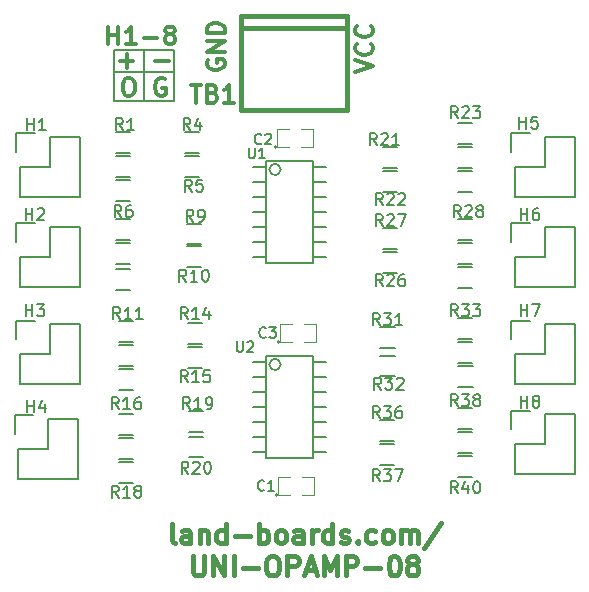
<source format=gto>
G04 #@! TF.FileFunction,Legend,Top*
%FSLAX46Y46*%
G04 Gerber Fmt 4.6, Leading zero omitted, Abs format (unit mm)*
G04 Created by KiCad (PCBNEW (after 2015-mar-04 BZR unknown)-product) date 6/7/2015 11:20:30 AM*
%MOMM*%
G01*
G04 APERTURE LIST*
%ADD10C,0.150000*%
%ADD11C,0.300000*%
%ADD12C,0.200000*%
%ADD13C,0.412750*%
%ADD14C,0.099060*%
%ADD15C,0.127000*%
%ADD16C,0.381000*%
%ADD17C,0.139700*%
%ADD18C,0.304800*%
G04 APERTURE END LIST*
D10*
D11*
X38616286Y-27729571D02*
X38616286Y-26229571D01*
X38616286Y-26943857D02*
X39473429Y-26943857D01*
X39473429Y-27729571D02*
X39473429Y-26229571D01*
X40973429Y-27729571D02*
X40116286Y-27729571D01*
X40544858Y-27729571D02*
X40544858Y-26229571D01*
X40402001Y-26443857D01*
X40259143Y-26586714D01*
X40116286Y-26658143D01*
X41616286Y-27158143D02*
X42759143Y-27158143D01*
X43687715Y-26872429D02*
X43544857Y-26801000D01*
X43473429Y-26729571D01*
X43402000Y-26586714D01*
X43402000Y-26515286D01*
X43473429Y-26372429D01*
X43544857Y-26301000D01*
X43687715Y-26229571D01*
X43973429Y-26229571D01*
X44116286Y-26301000D01*
X44187715Y-26372429D01*
X44259143Y-26515286D01*
X44259143Y-26586714D01*
X44187715Y-26729571D01*
X44116286Y-26801000D01*
X43973429Y-26872429D01*
X43687715Y-26872429D01*
X43544857Y-26943857D01*
X43473429Y-27015286D01*
X43402000Y-27158143D01*
X43402000Y-27443857D01*
X43473429Y-27586714D01*
X43544857Y-27658143D01*
X43687715Y-27729571D01*
X43973429Y-27729571D01*
X44116286Y-27658143D01*
X44187715Y-27586714D01*
X44259143Y-27443857D01*
X44259143Y-27158143D01*
X44187715Y-27015286D01*
X44116286Y-26943857D01*
X43973429Y-26872429D01*
D12*
X44196000Y-30099000D02*
X39116000Y-30099000D01*
X41656000Y-32512000D02*
X41656000Y-28194000D01*
X39116000Y-28194000D02*
X39116000Y-32512000D01*
X44196000Y-32512000D02*
X44196000Y-28194000D01*
X44196000Y-28194000D02*
X39116000Y-28194000D01*
X39116000Y-32512000D02*
X44196000Y-32512000D01*
D11*
X39584572Y-29133143D02*
X40727429Y-29133143D01*
X40156000Y-29704571D02*
X40156000Y-28561714D01*
X42584572Y-29133143D02*
X43727429Y-29133143D01*
X40191714Y-30604571D02*
X40477428Y-30604571D01*
X40620286Y-30676000D01*
X40763143Y-30818857D01*
X40834571Y-31104571D01*
X40834571Y-31604571D01*
X40763143Y-31890286D01*
X40620286Y-32033143D01*
X40477428Y-32104571D01*
X40191714Y-32104571D01*
X40048857Y-32033143D01*
X39906000Y-31890286D01*
X39834571Y-31604571D01*
X39834571Y-31104571D01*
X39906000Y-30818857D01*
X40048857Y-30676000D01*
X40191714Y-30604571D01*
X43406000Y-30676000D02*
X43263143Y-30604571D01*
X43048857Y-30604571D01*
X42834572Y-30676000D01*
X42691714Y-30818857D01*
X42620286Y-30961714D01*
X42548857Y-31247429D01*
X42548857Y-31461714D01*
X42620286Y-31747429D01*
X42691714Y-31890286D01*
X42834572Y-32033143D01*
X43048857Y-32104571D01*
X43191714Y-32104571D01*
X43406000Y-32033143D01*
X43477429Y-31961714D01*
X43477429Y-31461714D01*
X43191714Y-31461714D01*
X59531571Y-30048000D02*
X61031571Y-29548000D01*
X59531571Y-29048000D01*
X60888714Y-27690857D02*
X60960143Y-27762286D01*
X61031571Y-27976572D01*
X61031571Y-28119429D01*
X60960143Y-28333714D01*
X60817286Y-28476572D01*
X60674429Y-28548000D01*
X60388714Y-28619429D01*
X60174429Y-28619429D01*
X59888714Y-28548000D01*
X59745857Y-28476572D01*
X59603000Y-28333714D01*
X59531571Y-28119429D01*
X59531571Y-27976572D01*
X59603000Y-27762286D01*
X59674429Y-27690857D01*
X60888714Y-26190857D02*
X60960143Y-26262286D01*
X61031571Y-26476572D01*
X61031571Y-26619429D01*
X60960143Y-26833714D01*
X60817286Y-26976572D01*
X60674429Y-27048000D01*
X60388714Y-27119429D01*
X60174429Y-27119429D01*
X59888714Y-27048000D01*
X59745857Y-26976572D01*
X59603000Y-26833714D01*
X59531571Y-26619429D01*
X59531571Y-26476572D01*
X59603000Y-26262286D01*
X59674429Y-26190857D01*
X47030000Y-29063857D02*
X46958571Y-29206714D01*
X46958571Y-29421000D01*
X47030000Y-29635285D01*
X47172857Y-29778143D01*
X47315714Y-29849571D01*
X47601429Y-29921000D01*
X47815714Y-29921000D01*
X48101429Y-29849571D01*
X48244286Y-29778143D01*
X48387143Y-29635285D01*
X48458571Y-29421000D01*
X48458571Y-29278143D01*
X48387143Y-29063857D01*
X48315714Y-28992428D01*
X47815714Y-28992428D01*
X47815714Y-29278143D01*
X48458571Y-28349571D02*
X46958571Y-28349571D01*
X48458571Y-27492428D01*
X46958571Y-27492428D01*
X48458571Y-26778142D02*
X46958571Y-26778142D01*
X46958571Y-26420999D01*
X47030000Y-26206714D01*
X47172857Y-26063856D01*
X47315714Y-25992428D01*
X47601429Y-25920999D01*
X47815714Y-25920999D01*
X48101429Y-25992428D01*
X48244286Y-26063856D01*
X48387143Y-26206714D01*
X48458571Y-26420999D01*
X48458571Y-26778142D01*
D13*
X44227023Y-69977806D02*
X44069785Y-69899187D01*
X43991166Y-69741949D01*
X43991166Y-68326806D01*
X45563548Y-69977806D02*
X45563548Y-69112996D01*
X45484929Y-68955758D01*
X45327691Y-68877139D01*
X45013214Y-68877139D01*
X44855976Y-68955758D01*
X45563548Y-69899187D02*
X45406310Y-69977806D01*
X45013214Y-69977806D01*
X44855976Y-69899187D01*
X44777357Y-69741949D01*
X44777357Y-69584711D01*
X44855976Y-69427473D01*
X45013214Y-69348854D01*
X45406310Y-69348854D01*
X45563548Y-69270235D01*
X46349738Y-68877139D02*
X46349738Y-69977806D01*
X46349738Y-69034377D02*
X46428357Y-68955758D01*
X46585595Y-68877139D01*
X46821453Y-68877139D01*
X46978691Y-68955758D01*
X47057310Y-69112996D01*
X47057310Y-69977806D01*
X48551072Y-69977806D02*
X48551072Y-68326806D01*
X48551072Y-69899187D02*
X48393834Y-69977806D01*
X48079357Y-69977806D01*
X47922119Y-69899187D01*
X47843500Y-69820568D01*
X47764881Y-69663330D01*
X47764881Y-69191615D01*
X47843500Y-69034377D01*
X47922119Y-68955758D01*
X48079357Y-68877139D01*
X48393834Y-68877139D01*
X48551072Y-68955758D01*
X49337262Y-69348854D02*
X50595167Y-69348854D01*
X51381357Y-69977806D02*
X51381357Y-68326806D01*
X51381357Y-68955758D02*
X51538595Y-68877139D01*
X51853072Y-68877139D01*
X52010310Y-68955758D01*
X52088929Y-69034377D01*
X52167548Y-69191615D01*
X52167548Y-69663330D01*
X52088929Y-69820568D01*
X52010310Y-69899187D01*
X51853072Y-69977806D01*
X51538595Y-69977806D01*
X51381357Y-69899187D01*
X53110976Y-69977806D02*
X52953738Y-69899187D01*
X52875119Y-69820568D01*
X52796500Y-69663330D01*
X52796500Y-69191615D01*
X52875119Y-69034377D01*
X52953738Y-68955758D01*
X53110976Y-68877139D01*
X53346834Y-68877139D01*
X53504072Y-68955758D01*
X53582691Y-69034377D01*
X53661310Y-69191615D01*
X53661310Y-69663330D01*
X53582691Y-69820568D01*
X53504072Y-69899187D01*
X53346834Y-69977806D01*
X53110976Y-69977806D01*
X55076453Y-69977806D02*
X55076453Y-69112996D01*
X54997834Y-68955758D01*
X54840596Y-68877139D01*
X54526119Y-68877139D01*
X54368881Y-68955758D01*
X55076453Y-69899187D02*
X54919215Y-69977806D01*
X54526119Y-69977806D01*
X54368881Y-69899187D01*
X54290262Y-69741949D01*
X54290262Y-69584711D01*
X54368881Y-69427473D01*
X54526119Y-69348854D01*
X54919215Y-69348854D01*
X55076453Y-69270235D01*
X55862643Y-69977806D02*
X55862643Y-68877139D01*
X55862643Y-69191615D02*
X55941262Y-69034377D01*
X56019881Y-68955758D01*
X56177119Y-68877139D01*
X56334358Y-68877139D01*
X57592263Y-69977806D02*
X57592263Y-68326806D01*
X57592263Y-69899187D02*
X57435025Y-69977806D01*
X57120548Y-69977806D01*
X56963310Y-69899187D01*
X56884691Y-69820568D01*
X56806072Y-69663330D01*
X56806072Y-69191615D01*
X56884691Y-69034377D01*
X56963310Y-68955758D01*
X57120548Y-68877139D01*
X57435025Y-68877139D01*
X57592263Y-68955758D01*
X58299834Y-69899187D02*
X58457072Y-69977806D01*
X58771548Y-69977806D01*
X58928787Y-69899187D01*
X59007406Y-69741949D01*
X59007406Y-69663330D01*
X58928787Y-69506092D01*
X58771548Y-69427473D01*
X58535691Y-69427473D01*
X58378453Y-69348854D01*
X58299834Y-69191615D01*
X58299834Y-69112996D01*
X58378453Y-68955758D01*
X58535691Y-68877139D01*
X58771548Y-68877139D01*
X58928787Y-68955758D01*
X59714977Y-69820568D02*
X59793596Y-69899187D01*
X59714977Y-69977806D01*
X59636358Y-69899187D01*
X59714977Y-69820568D01*
X59714977Y-69977806D01*
X61208739Y-69899187D02*
X61051501Y-69977806D01*
X60737024Y-69977806D01*
X60579786Y-69899187D01*
X60501167Y-69820568D01*
X60422548Y-69663330D01*
X60422548Y-69191615D01*
X60501167Y-69034377D01*
X60579786Y-68955758D01*
X60737024Y-68877139D01*
X61051501Y-68877139D01*
X61208739Y-68955758D01*
X62152167Y-69977806D02*
X61994929Y-69899187D01*
X61916310Y-69820568D01*
X61837691Y-69663330D01*
X61837691Y-69191615D01*
X61916310Y-69034377D01*
X61994929Y-68955758D01*
X62152167Y-68877139D01*
X62388025Y-68877139D01*
X62545263Y-68955758D01*
X62623882Y-69034377D01*
X62702501Y-69191615D01*
X62702501Y-69663330D01*
X62623882Y-69820568D01*
X62545263Y-69899187D01*
X62388025Y-69977806D01*
X62152167Y-69977806D01*
X63410072Y-69977806D02*
X63410072Y-68877139D01*
X63410072Y-69034377D02*
X63488691Y-68955758D01*
X63645929Y-68877139D01*
X63881787Y-68877139D01*
X64039025Y-68955758D01*
X64117644Y-69112996D01*
X64117644Y-69977806D01*
X64117644Y-69112996D02*
X64196263Y-68955758D01*
X64353501Y-68877139D01*
X64589358Y-68877139D01*
X64746596Y-68955758D01*
X64825215Y-69112996D01*
X64825215Y-69977806D01*
X66790691Y-68248187D02*
X65375548Y-70370901D01*
X45760096Y-71050956D02*
X45760096Y-72387480D01*
X45838715Y-72544718D01*
X45917334Y-72623337D01*
X46074572Y-72701956D01*
X46389049Y-72701956D01*
X46546287Y-72623337D01*
X46624906Y-72544718D01*
X46703525Y-72387480D01*
X46703525Y-71050956D01*
X47489715Y-72701956D02*
X47489715Y-71050956D01*
X48433144Y-72701956D01*
X48433144Y-71050956D01*
X49219334Y-72701956D02*
X49219334Y-71050956D01*
X50005524Y-72073004D02*
X51263429Y-72073004D01*
X52364095Y-71050956D02*
X52678572Y-71050956D01*
X52835810Y-71129575D01*
X52993048Y-71286813D01*
X53071667Y-71601289D01*
X53071667Y-72151623D01*
X52993048Y-72466099D01*
X52835810Y-72623337D01*
X52678572Y-72701956D01*
X52364095Y-72701956D01*
X52206857Y-72623337D01*
X52049619Y-72466099D01*
X51971000Y-72151623D01*
X51971000Y-71601289D01*
X52049619Y-71286813D01*
X52206857Y-71129575D01*
X52364095Y-71050956D01*
X53779238Y-72701956D02*
X53779238Y-71050956D01*
X54408191Y-71050956D01*
X54565429Y-71129575D01*
X54644048Y-71208194D01*
X54722667Y-71365432D01*
X54722667Y-71601289D01*
X54644048Y-71758527D01*
X54565429Y-71837146D01*
X54408191Y-71915765D01*
X53779238Y-71915765D01*
X55351619Y-72230242D02*
X56137810Y-72230242D01*
X55194381Y-72701956D02*
X55744714Y-71050956D01*
X56295048Y-72701956D01*
X56845381Y-72701956D02*
X56845381Y-71050956D01*
X57395715Y-72230242D01*
X57946048Y-71050956D01*
X57946048Y-72701956D01*
X58732238Y-72701956D02*
X58732238Y-71050956D01*
X59361191Y-71050956D01*
X59518429Y-71129575D01*
X59597048Y-71208194D01*
X59675667Y-71365432D01*
X59675667Y-71601289D01*
X59597048Y-71758527D01*
X59518429Y-71837146D01*
X59361191Y-71915765D01*
X58732238Y-71915765D01*
X60383238Y-72073004D02*
X61641143Y-72073004D01*
X62741809Y-71050956D02*
X62899048Y-71050956D01*
X63056286Y-71129575D01*
X63134905Y-71208194D01*
X63213524Y-71365432D01*
X63292143Y-71679908D01*
X63292143Y-72073004D01*
X63213524Y-72387480D01*
X63134905Y-72544718D01*
X63056286Y-72623337D01*
X62899048Y-72701956D01*
X62741809Y-72701956D01*
X62584571Y-72623337D01*
X62505952Y-72544718D01*
X62427333Y-72387480D01*
X62348714Y-72073004D01*
X62348714Y-71679908D01*
X62427333Y-71365432D01*
X62505952Y-71208194D01*
X62584571Y-71129575D01*
X62741809Y-71050956D01*
X64235571Y-71758527D02*
X64078333Y-71679908D01*
X63999714Y-71601289D01*
X63921095Y-71444051D01*
X63921095Y-71365432D01*
X63999714Y-71208194D01*
X64078333Y-71129575D01*
X64235571Y-71050956D01*
X64550048Y-71050956D01*
X64707286Y-71129575D01*
X64785905Y-71208194D01*
X64864524Y-71365432D01*
X64864524Y-71444051D01*
X64785905Y-71601289D01*
X64707286Y-71679908D01*
X64550048Y-71758527D01*
X64235571Y-71758527D01*
X64078333Y-71837146D01*
X63999714Y-71915765D01*
X63921095Y-72073004D01*
X63921095Y-72387480D01*
X63999714Y-72544718D01*
X64078333Y-72623337D01*
X64235571Y-72701956D01*
X64550048Y-72701956D01*
X64707286Y-72623337D01*
X64785905Y-72544718D01*
X64864524Y-72387480D01*
X64864524Y-72073004D01*
X64785905Y-71915765D01*
X64707286Y-71837146D01*
X64550048Y-71758527D01*
D14*
X53114000Y-52940000D02*
G75*
G03X53114000Y-52940000I-127000J0D01*
G01*
X54130000Y-52940000D02*
X53114000Y-52940000D01*
X53114000Y-52940000D02*
X53114000Y-51416000D01*
X53114000Y-51416000D02*
X54130000Y-51416000D01*
X55146000Y-51416000D02*
X56162000Y-51416000D01*
X56162000Y-51416000D02*
X56162000Y-52940000D01*
X56162000Y-52940000D02*
X55146000Y-52940000D01*
X52860000Y-36430000D02*
G75*
G03X52860000Y-36430000I-127000J0D01*
G01*
X53876000Y-36430000D02*
X52860000Y-36430000D01*
X52860000Y-36430000D02*
X52860000Y-34906000D01*
X52860000Y-34906000D02*
X53876000Y-34906000D01*
X54892000Y-34906000D02*
X55908000Y-34906000D01*
X55908000Y-34906000D02*
X55908000Y-36430000D01*
X55908000Y-36430000D02*
X54892000Y-36430000D01*
D15*
X55956200Y-37592000D02*
X51993800Y-37592000D01*
X51993800Y-37592000D02*
X51993800Y-46228000D01*
X51993800Y-46228000D02*
X55956200Y-46228000D01*
X55956200Y-46228000D02*
X55956200Y-37592000D01*
X55956200Y-39370000D02*
X57048400Y-39370000D01*
X55956200Y-40640000D02*
X57048400Y-40640000D01*
X55956200Y-41910000D02*
X57048400Y-41910000D01*
X55956200Y-38100000D02*
X57048400Y-38100000D01*
X57048400Y-43180000D02*
X55956200Y-43180000D01*
X57048400Y-44450000D02*
X55956200Y-44450000D01*
X57048400Y-45720000D02*
X55956200Y-45720000D01*
X51993800Y-45720000D02*
X50901600Y-45720000D01*
X51993800Y-44450000D02*
X50901600Y-44450000D01*
X51993800Y-38100000D02*
X50901600Y-38100000D01*
X50901600Y-39370000D02*
X51993800Y-39370000D01*
X50901600Y-43180000D02*
X51993800Y-43180000D01*
X50901600Y-41910000D02*
X51993800Y-41910000D01*
X50901600Y-40640000D02*
X51993800Y-40640000D01*
X53202867Y-38328600D02*
G75*
G03X53202867Y-38328600I-472467J0D01*
G01*
D14*
X52987000Y-65894000D02*
G75*
G03X52987000Y-65894000I-127000J0D01*
G01*
X54003000Y-65894000D02*
X52987000Y-65894000D01*
X52987000Y-65894000D02*
X52987000Y-64370000D01*
X52987000Y-64370000D02*
X54003000Y-64370000D01*
X55019000Y-64370000D02*
X56035000Y-64370000D01*
X56035000Y-64370000D02*
X56035000Y-65894000D01*
X56035000Y-65894000D02*
X55019000Y-65894000D01*
D15*
X55956200Y-54102000D02*
X51993800Y-54102000D01*
X51993800Y-54102000D02*
X51993800Y-62738000D01*
X51993800Y-62738000D02*
X55956200Y-62738000D01*
X55956200Y-62738000D02*
X55956200Y-54102000D01*
X55956200Y-55880000D02*
X57048400Y-55880000D01*
X55956200Y-57150000D02*
X57048400Y-57150000D01*
X55956200Y-58420000D02*
X57048400Y-58420000D01*
X55956200Y-54610000D02*
X57048400Y-54610000D01*
X57048400Y-59690000D02*
X55956200Y-59690000D01*
X57048400Y-60960000D02*
X55956200Y-60960000D01*
X57048400Y-62230000D02*
X55956200Y-62230000D01*
X51993800Y-62230000D02*
X50901600Y-62230000D01*
X51993800Y-60960000D02*
X50901600Y-60960000D01*
X51993800Y-54610000D02*
X50901600Y-54610000D01*
X50901600Y-55880000D02*
X51993800Y-55880000D01*
X50901600Y-59690000D02*
X51993800Y-59690000D01*
X50901600Y-58420000D02*
X51993800Y-58420000D01*
X50901600Y-57150000D02*
X51993800Y-57150000D01*
X53202867Y-54838600D02*
G75*
G03X53202867Y-54838600I-472467J0D01*
G01*
D16*
X49844000Y-25326000D02*
X49844000Y-33326000D01*
X58844000Y-25326000D02*
X58844000Y-33326000D01*
X49844000Y-33326000D02*
X58844000Y-33326000D01*
X49844000Y-26326000D02*
X58844000Y-26326000D01*
X49844000Y-25326000D02*
X58844000Y-25326000D01*
D10*
X40478000Y-38975000D02*
X39278000Y-38975000D01*
X39278000Y-37225000D02*
X40478000Y-37225000D01*
X46320000Y-38975000D02*
X45120000Y-38975000D01*
X45120000Y-37225000D02*
X46320000Y-37225000D01*
X46320000Y-36943000D02*
X45120000Y-36943000D01*
X45120000Y-35193000D02*
X46320000Y-35193000D01*
X40478000Y-36943000D02*
X39278000Y-36943000D01*
X39278000Y-35193000D02*
X40478000Y-35193000D01*
X40478000Y-46341000D02*
X39278000Y-46341000D01*
X39278000Y-44591000D02*
X40478000Y-44591000D01*
X46475000Y-44671000D02*
X45275000Y-44671000D01*
X45275000Y-42921000D02*
X46475000Y-42921000D01*
X46475000Y-46576000D02*
X45275000Y-46576000D01*
X45275000Y-44826000D02*
X46475000Y-44826000D01*
X40478000Y-44309000D02*
X39278000Y-44309000D01*
X39278000Y-42559000D02*
X40478000Y-42559000D01*
X68234000Y-44591000D02*
X69434000Y-44591000D01*
X69434000Y-46341000D02*
X68234000Y-46341000D01*
X61884000Y-43321000D02*
X63084000Y-43321000D01*
X63084000Y-45071000D02*
X61884000Y-45071000D01*
X61884000Y-45353000D02*
X63084000Y-45353000D01*
X63084000Y-47103000D02*
X61884000Y-47103000D01*
X68234000Y-42559000D02*
X69434000Y-42559000D01*
X69434000Y-44309000D02*
X68234000Y-44309000D01*
X68234000Y-36463000D02*
X69434000Y-36463000D01*
X69434000Y-38213000D02*
X68234000Y-38213000D01*
X61884000Y-38495000D02*
X63084000Y-38495000D01*
X63084000Y-40245000D02*
X61884000Y-40245000D01*
X61884000Y-36463000D02*
X63084000Y-36463000D01*
X63084000Y-38213000D02*
X61884000Y-38213000D01*
X68234000Y-34431000D02*
X69434000Y-34431000D01*
X69434000Y-36181000D02*
X68234000Y-36181000D01*
X39278000Y-46750000D02*
X40478000Y-46750000D01*
X40478000Y-48500000D02*
X39278000Y-48500000D01*
X39278000Y-39257000D02*
X40478000Y-39257000D01*
X40478000Y-41007000D02*
X39278000Y-41007000D01*
X69434000Y-40245000D02*
X68234000Y-40245000D01*
X68234000Y-38495000D02*
X69434000Y-38495000D01*
X69434000Y-48373000D02*
X68234000Y-48373000D01*
X68234000Y-46623000D02*
X69434000Y-46623000D01*
X40732000Y-54977000D02*
X39532000Y-54977000D01*
X39532000Y-53227000D02*
X40732000Y-53227000D01*
X46574000Y-55104000D02*
X45374000Y-55104000D01*
X45374000Y-53354000D02*
X46574000Y-53354000D01*
X46574000Y-53072000D02*
X45374000Y-53072000D01*
X45374000Y-51322000D02*
X46574000Y-51322000D01*
X40732000Y-52945000D02*
X39532000Y-52945000D01*
X39532000Y-51195000D02*
X40732000Y-51195000D01*
X40732000Y-62851000D02*
X39532000Y-62851000D01*
X39532000Y-61101000D02*
X40732000Y-61101000D01*
X46637500Y-60565000D02*
X45437500Y-60565000D01*
X45437500Y-58815000D02*
X46637500Y-58815000D01*
X46665500Y-62705000D02*
X45465500Y-62705000D01*
X45465500Y-60955000D02*
X46665500Y-60955000D01*
X40732000Y-60819000D02*
X39532000Y-60819000D01*
X39532000Y-59069000D02*
X40732000Y-59069000D01*
X68234000Y-60593000D02*
X69434000Y-60593000D01*
X69434000Y-62343000D02*
X68234000Y-62343000D01*
X61630000Y-59577000D02*
X62830000Y-59577000D01*
X62830000Y-61327000D02*
X61630000Y-61327000D01*
X61630000Y-61609000D02*
X62830000Y-61609000D01*
X62830000Y-63359000D02*
X61630000Y-63359000D01*
X68234000Y-58561000D02*
X69434000Y-58561000D01*
X69434000Y-60311000D02*
X68234000Y-60311000D01*
X68234000Y-52973000D02*
X69434000Y-52973000D01*
X69434000Y-54723000D02*
X68234000Y-54723000D01*
X61658000Y-54097000D02*
X62858000Y-54097000D01*
X62858000Y-55847000D02*
X61658000Y-55847000D01*
X61658000Y-51684000D02*
X62858000Y-51684000D01*
X62858000Y-53434000D02*
X61658000Y-53434000D01*
X68234000Y-50941000D02*
X69434000Y-50941000D01*
X69434000Y-52691000D02*
X68234000Y-52691000D01*
X39532000Y-63133000D02*
X40732000Y-63133000D01*
X40732000Y-64883000D02*
X39532000Y-64883000D01*
X69434000Y-64375000D02*
X68234000Y-64375000D01*
X68234000Y-62625000D02*
X69434000Y-62625000D01*
X39532000Y-55259000D02*
X40732000Y-55259000D01*
X40732000Y-57009000D02*
X39532000Y-57009000D01*
X69462000Y-56736000D02*
X68262000Y-56736000D01*
X68262000Y-54986000D02*
X69462000Y-54986000D01*
X30835000Y-36830000D02*
X30835000Y-35280000D01*
X32385000Y-35280000D02*
X30835000Y-35280000D01*
X31115000Y-38100000D02*
X33655000Y-38100000D01*
X33655000Y-38100000D02*
X33655000Y-35560000D01*
X33655000Y-35560000D02*
X36195000Y-35560000D01*
X36195000Y-35560000D02*
X36195000Y-40640000D01*
X36195000Y-40640000D02*
X31115000Y-40640000D01*
X31115000Y-40640000D02*
X31115000Y-38100000D01*
X30835000Y-44450000D02*
X30835000Y-42900000D01*
X32385000Y-42900000D02*
X30835000Y-42900000D01*
X31115000Y-45720000D02*
X33655000Y-45720000D01*
X33655000Y-45720000D02*
X33655000Y-43180000D01*
X33655000Y-43180000D02*
X36195000Y-43180000D01*
X36195000Y-43180000D02*
X36195000Y-48260000D01*
X36195000Y-48260000D02*
X31115000Y-48260000D01*
X31115000Y-48260000D02*
X31115000Y-45720000D01*
X72745000Y-36830000D02*
X72745000Y-35280000D01*
X74295000Y-35280000D02*
X72745000Y-35280000D01*
X73025000Y-38100000D02*
X75565000Y-38100000D01*
X75565000Y-38100000D02*
X75565000Y-35560000D01*
X75565000Y-35560000D02*
X78105000Y-35560000D01*
X78105000Y-35560000D02*
X78105000Y-40640000D01*
X78105000Y-40640000D02*
X73025000Y-40640000D01*
X73025000Y-40640000D02*
X73025000Y-38100000D01*
X72745000Y-44450000D02*
X72745000Y-42900000D01*
X74295000Y-42900000D02*
X72745000Y-42900000D01*
X73025000Y-45720000D02*
X75565000Y-45720000D01*
X75565000Y-45720000D02*
X75565000Y-43180000D01*
X75565000Y-43180000D02*
X78105000Y-43180000D01*
X78105000Y-43180000D02*
X78105000Y-48260000D01*
X78105000Y-48260000D02*
X73025000Y-48260000D01*
X73025000Y-48260000D02*
X73025000Y-45720000D01*
X30835000Y-52705000D02*
X30835000Y-51155000D01*
X32385000Y-51155000D02*
X30835000Y-51155000D01*
X31115000Y-53975000D02*
X33655000Y-53975000D01*
X33655000Y-53975000D02*
X33655000Y-51435000D01*
X33655000Y-51435000D02*
X36195000Y-51435000D01*
X36195000Y-51435000D02*
X36195000Y-56515000D01*
X36195000Y-56515000D02*
X31115000Y-56515000D01*
X31115000Y-56515000D02*
X31115000Y-53975000D01*
X30708000Y-60706000D02*
X30708000Y-59156000D01*
X32258000Y-59156000D02*
X30708000Y-59156000D01*
X30988000Y-61976000D02*
X33528000Y-61976000D01*
X33528000Y-61976000D02*
X33528000Y-59436000D01*
X33528000Y-59436000D02*
X36068000Y-59436000D01*
X36068000Y-59436000D02*
X36068000Y-64516000D01*
X36068000Y-64516000D02*
X30988000Y-64516000D01*
X30988000Y-64516000D02*
X30988000Y-61976000D01*
X72745000Y-60325000D02*
X72745000Y-58775000D01*
X74295000Y-58775000D02*
X72745000Y-58775000D01*
X73025000Y-61595000D02*
X75565000Y-61595000D01*
X75565000Y-61595000D02*
X75565000Y-59055000D01*
X75565000Y-59055000D02*
X78105000Y-59055000D01*
X78105000Y-59055000D02*
X78105000Y-64135000D01*
X78105000Y-64135000D02*
X73025000Y-64135000D01*
X73025000Y-64135000D02*
X73025000Y-61595000D01*
X72745000Y-52705000D02*
X72745000Y-51155000D01*
X74295000Y-51155000D02*
X72745000Y-51155000D01*
X73025000Y-53975000D02*
X75565000Y-53975000D01*
X75565000Y-53975000D02*
X75565000Y-51435000D01*
X75565000Y-51435000D02*
X78105000Y-51435000D01*
X78105000Y-51435000D02*
X78105000Y-56515000D01*
X78105000Y-56515000D02*
X73025000Y-56515000D01*
X73025000Y-56515000D02*
X73025000Y-53975000D01*
D17*
X51949834Y-52495500D02*
X51907500Y-52537833D01*
X51780500Y-52580167D01*
X51695834Y-52580167D01*
X51568834Y-52537833D01*
X51484167Y-52453167D01*
X51441834Y-52368500D01*
X51399500Y-52199167D01*
X51399500Y-52072167D01*
X51441834Y-51902833D01*
X51484167Y-51818167D01*
X51568834Y-51733500D01*
X51695834Y-51691167D01*
X51780500Y-51691167D01*
X51907500Y-51733500D01*
X51949834Y-51775833D01*
X52246167Y-51691167D02*
X52796500Y-51691167D01*
X52500167Y-52029833D01*
X52627167Y-52029833D01*
X52711834Y-52072167D01*
X52754167Y-52114500D01*
X52796500Y-52199167D01*
X52796500Y-52410833D01*
X52754167Y-52495500D01*
X52711834Y-52537833D01*
X52627167Y-52580167D01*
X52373167Y-52580167D01*
X52288500Y-52537833D01*
X52246167Y-52495500D01*
X51568834Y-36112500D02*
X51526500Y-36154833D01*
X51399500Y-36197167D01*
X51314834Y-36197167D01*
X51187834Y-36154833D01*
X51103167Y-36070167D01*
X51060834Y-35985500D01*
X51018500Y-35816167D01*
X51018500Y-35689167D01*
X51060834Y-35519833D01*
X51103167Y-35435167D01*
X51187834Y-35350500D01*
X51314834Y-35308167D01*
X51399500Y-35308167D01*
X51526500Y-35350500D01*
X51568834Y-35392833D01*
X51907500Y-35392833D02*
X51949834Y-35350500D01*
X52034500Y-35308167D01*
X52246167Y-35308167D01*
X52330834Y-35350500D01*
X52373167Y-35392833D01*
X52415500Y-35477500D01*
X52415500Y-35562167D01*
X52373167Y-35689167D01*
X51865167Y-36197167D01*
X52415500Y-36197167D01*
X50503667Y-36470167D02*
X50503667Y-37189833D01*
X50546000Y-37274500D01*
X50588333Y-37316833D01*
X50673000Y-37359167D01*
X50842333Y-37359167D01*
X50927000Y-37316833D01*
X50969333Y-37274500D01*
X51011667Y-37189833D01*
X51011667Y-36470167D01*
X51900666Y-37359167D02*
X51392666Y-37359167D01*
X51646666Y-37359167D02*
X51646666Y-36470167D01*
X51562000Y-36597167D01*
X51477333Y-36681833D01*
X51392666Y-36724167D01*
X51822834Y-65449500D02*
X51780500Y-65491833D01*
X51653500Y-65534167D01*
X51568834Y-65534167D01*
X51441834Y-65491833D01*
X51357167Y-65407167D01*
X51314834Y-65322500D01*
X51272500Y-65153167D01*
X51272500Y-65026167D01*
X51314834Y-64856833D01*
X51357167Y-64772167D01*
X51441834Y-64687500D01*
X51568834Y-64645167D01*
X51653500Y-64645167D01*
X51780500Y-64687500D01*
X51822834Y-64729833D01*
X52669500Y-65534167D02*
X52161500Y-65534167D01*
X52415500Y-65534167D02*
X52415500Y-64645167D01*
X52330834Y-64772167D01*
X52246167Y-64856833D01*
X52161500Y-64899167D01*
X49487667Y-52853167D02*
X49487667Y-53572833D01*
X49530000Y-53657500D01*
X49572333Y-53699833D01*
X49657000Y-53742167D01*
X49826333Y-53742167D01*
X49911000Y-53699833D01*
X49953333Y-53657500D01*
X49995667Y-53572833D01*
X49995667Y-52853167D01*
X50376666Y-52937833D02*
X50419000Y-52895500D01*
X50503666Y-52853167D01*
X50715333Y-52853167D01*
X50800000Y-52895500D01*
X50842333Y-52937833D01*
X50884666Y-53022500D01*
X50884666Y-53107167D01*
X50842333Y-53234167D01*
X50334333Y-53742167D01*
X50884666Y-53742167D01*
D18*
X45574857Y-31169429D02*
X46445714Y-31169429D01*
X46010285Y-32693429D02*
X46010285Y-31169429D01*
X47461714Y-31895143D02*
X47679428Y-31967714D01*
X47752000Y-32040286D01*
X47824571Y-32185429D01*
X47824571Y-32403143D01*
X47752000Y-32548286D01*
X47679428Y-32620857D01*
X47534286Y-32693429D01*
X46953714Y-32693429D01*
X46953714Y-31169429D01*
X47461714Y-31169429D01*
X47606857Y-31242000D01*
X47679428Y-31314571D01*
X47752000Y-31459714D01*
X47752000Y-31604857D01*
X47679428Y-31750000D01*
X47606857Y-31822571D01*
X47461714Y-31895143D01*
X46953714Y-31895143D01*
X49276000Y-32693429D02*
X48405143Y-32693429D01*
X48840571Y-32693429D02*
X48840571Y-31169429D01*
X48695428Y-31387143D01*
X48550286Y-31532286D01*
X48405143Y-31604857D01*
D10*
X45680334Y-40203381D02*
X45347000Y-39727190D01*
X45108905Y-40203381D02*
X45108905Y-39203381D01*
X45489858Y-39203381D01*
X45585096Y-39251000D01*
X45632715Y-39298619D01*
X45680334Y-39393857D01*
X45680334Y-39536714D01*
X45632715Y-39631952D01*
X45585096Y-39679571D01*
X45489858Y-39727190D01*
X45108905Y-39727190D01*
X46585096Y-39203381D02*
X46108905Y-39203381D01*
X46061286Y-39679571D01*
X46108905Y-39631952D01*
X46204143Y-39584333D01*
X46442239Y-39584333D01*
X46537477Y-39631952D01*
X46585096Y-39679571D01*
X46632715Y-39774810D01*
X46632715Y-40012905D01*
X46585096Y-40108143D01*
X46537477Y-40155762D01*
X46442239Y-40203381D01*
X46204143Y-40203381D01*
X46108905Y-40155762D01*
X46061286Y-40108143D01*
X45553334Y-34996381D02*
X45220000Y-34520190D01*
X44981905Y-34996381D02*
X44981905Y-33996381D01*
X45362858Y-33996381D01*
X45458096Y-34044000D01*
X45505715Y-34091619D01*
X45553334Y-34186857D01*
X45553334Y-34329714D01*
X45505715Y-34424952D01*
X45458096Y-34472571D01*
X45362858Y-34520190D01*
X44981905Y-34520190D01*
X46410477Y-34329714D02*
X46410477Y-34996381D01*
X46172381Y-33948762D02*
X45934286Y-34663048D01*
X46553334Y-34663048D01*
X39838334Y-34996381D02*
X39505000Y-34520190D01*
X39266905Y-34996381D02*
X39266905Y-33996381D01*
X39647858Y-33996381D01*
X39743096Y-34044000D01*
X39790715Y-34091619D01*
X39838334Y-34186857D01*
X39838334Y-34329714D01*
X39790715Y-34424952D01*
X39743096Y-34472571D01*
X39647858Y-34520190D01*
X39266905Y-34520190D01*
X40790715Y-34996381D02*
X40219286Y-34996381D01*
X40505000Y-34996381D02*
X40505000Y-33996381D01*
X40409762Y-34139238D01*
X40314524Y-34234476D01*
X40219286Y-34282095D01*
X45807334Y-42743381D02*
X45474000Y-42267190D01*
X45235905Y-42743381D02*
X45235905Y-41743381D01*
X45616858Y-41743381D01*
X45712096Y-41791000D01*
X45759715Y-41838619D01*
X45807334Y-41933857D01*
X45807334Y-42076714D01*
X45759715Y-42171952D01*
X45712096Y-42219571D01*
X45616858Y-42267190D01*
X45235905Y-42267190D01*
X46283524Y-42743381D02*
X46474000Y-42743381D01*
X46569239Y-42695762D01*
X46616858Y-42648143D01*
X46712096Y-42505286D01*
X46759715Y-42314810D01*
X46759715Y-41933857D01*
X46712096Y-41838619D01*
X46664477Y-41791000D01*
X46569239Y-41743381D01*
X46378762Y-41743381D01*
X46283524Y-41791000D01*
X46235905Y-41838619D01*
X46188286Y-41933857D01*
X46188286Y-42171952D01*
X46235905Y-42267190D01*
X46283524Y-42314810D01*
X46378762Y-42362429D01*
X46569239Y-42362429D01*
X46664477Y-42314810D01*
X46712096Y-42267190D01*
X46759715Y-42171952D01*
X45204143Y-47823381D02*
X44870809Y-47347190D01*
X44632714Y-47823381D02*
X44632714Y-46823381D01*
X45013667Y-46823381D01*
X45108905Y-46871000D01*
X45156524Y-46918619D01*
X45204143Y-47013857D01*
X45204143Y-47156714D01*
X45156524Y-47251952D01*
X45108905Y-47299571D01*
X45013667Y-47347190D01*
X44632714Y-47347190D01*
X46156524Y-47823381D02*
X45585095Y-47823381D01*
X45870809Y-47823381D02*
X45870809Y-46823381D01*
X45775571Y-46966238D01*
X45680333Y-47061476D01*
X45585095Y-47109095D01*
X46775571Y-46823381D02*
X46870810Y-46823381D01*
X46966048Y-46871000D01*
X47013667Y-46918619D01*
X47061286Y-47013857D01*
X47108905Y-47204333D01*
X47108905Y-47442429D01*
X47061286Y-47632905D01*
X47013667Y-47728143D01*
X46966048Y-47775762D01*
X46870810Y-47823381D01*
X46775571Y-47823381D01*
X46680333Y-47775762D01*
X46632714Y-47728143D01*
X46585095Y-47632905D01*
X46537476Y-47442429D01*
X46537476Y-47204333D01*
X46585095Y-47013857D01*
X46632714Y-46918619D01*
X46680333Y-46871000D01*
X46775571Y-46823381D01*
X39711334Y-42362381D02*
X39378000Y-41886190D01*
X39139905Y-42362381D02*
X39139905Y-41362381D01*
X39520858Y-41362381D01*
X39616096Y-41410000D01*
X39663715Y-41457619D01*
X39711334Y-41552857D01*
X39711334Y-41695714D01*
X39663715Y-41790952D01*
X39616096Y-41838571D01*
X39520858Y-41886190D01*
X39139905Y-41886190D01*
X40568477Y-41362381D02*
X40378000Y-41362381D01*
X40282762Y-41410000D01*
X40235143Y-41457619D01*
X40139905Y-41600476D01*
X40092286Y-41790952D01*
X40092286Y-42171905D01*
X40139905Y-42267143D01*
X40187524Y-42314762D01*
X40282762Y-42362381D01*
X40473239Y-42362381D01*
X40568477Y-42314762D01*
X40616096Y-42267143D01*
X40663715Y-42171905D01*
X40663715Y-41933810D01*
X40616096Y-41838571D01*
X40568477Y-41790952D01*
X40473239Y-41743333D01*
X40282762Y-41743333D01*
X40187524Y-41790952D01*
X40139905Y-41838571D01*
X40092286Y-41933810D01*
X61841143Y-43124381D02*
X61507809Y-42648190D01*
X61269714Y-43124381D02*
X61269714Y-42124381D01*
X61650667Y-42124381D01*
X61745905Y-42172000D01*
X61793524Y-42219619D01*
X61841143Y-42314857D01*
X61841143Y-42457714D01*
X61793524Y-42552952D01*
X61745905Y-42600571D01*
X61650667Y-42648190D01*
X61269714Y-42648190D01*
X62222095Y-42219619D02*
X62269714Y-42172000D01*
X62364952Y-42124381D01*
X62603048Y-42124381D01*
X62698286Y-42172000D01*
X62745905Y-42219619D01*
X62793524Y-42314857D01*
X62793524Y-42410095D01*
X62745905Y-42552952D01*
X62174476Y-43124381D01*
X62793524Y-43124381D01*
X63126857Y-42124381D02*
X63793524Y-42124381D01*
X63364952Y-43124381D01*
X61841143Y-48204381D02*
X61507809Y-47728190D01*
X61269714Y-48204381D02*
X61269714Y-47204381D01*
X61650667Y-47204381D01*
X61745905Y-47252000D01*
X61793524Y-47299619D01*
X61841143Y-47394857D01*
X61841143Y-47537714D01*
X61793524Y-47632952D01*
X61745905Y-47680571D01*
X61650667Y-47728190D01*
X61269714Y-47728190D01*
X62222095Y-47299619D02*
X62269714Y-47252000D01*
X62364952Y-47204381D01*
X62603048Y-47204381D01*
X62698286Y-47252000D01*
X62745905Y-47299619D01*
X62793524Y-47394857D01*
X62793524Y-47490095D01*
X62745905Y-47632952D01*
X62174476Y-48204381D01*
X62793524Y-48204381D01*
X63650667Y-47204381D02*
X63460190Y-47204381D01*
X63364952Y-47252000D01*
X63317333Y-47299619D01*
X63222095Y-47442476D01*
X63174476Y-47632952D01*
X63174476Y-48013905D01*
X63222095Y-48109143D01*
X63269714Y-48156762D01*
X63364952Y-48204381D01*
X63555429Y-48204381D01*
X63650667Y-48156762D01*
X63698286Y-48109143D01*
X63745905Y-48013905D01*
X63745905Y-47775810D01*
X63698286Y-47680571D01*
X63650667Y-47632952D01*
X63555429Y-47585333D01*
X63364952Y-47585333D01*
X63269714Y-47632952D01*
X63222095Y-47680571D01*
X63174476Y-47775810D01*
X68445143Y-42362381D02*
X68111809Y-41886190D01*
X67873714Y-42362381D02*
X67873714Y-41362381D01*
X68254667Y-41362381D01*
X68349905Y-41410000D01*
X68397524Y-41457619D01*
X68445143Y-41552857D01*
X68445143Y-41695714D01*
X68397524Y-41790952D01*
X68349905Y-41838571D01*
X68254667Y-41886190D01*
X67873714Y-41886190D01*
X68826095Y-41457619D02*
X68873714Y-41410000D01*
X68968952Y-41362381D01*
X69207048Y-41362381D01*
X69302286Y-41410000D01*
X69349905Y-41457619D01*
X69397524Y-41552857D01*
X69397524Y-41648095D01*
X69349905Y-41790952D01*
X68778476Y-42362381D01*
X69397524Y-42362381D01*
X69968952Y-41790952D02*
X69873714Y-41743333D01*
X69826095Y-41695714D01*
X69778476Y-41600476D01*
X69778476Y-41552857D01*
X69826095Y-41457619D01*
X69873714Y-41410000D01*
X69968952Y-41362381D01*
X70159429Y-41362381D01*
X70254667Y-41410000D01*
X70302286Y-41457619D01*
X70349905Y-41552857D01*
X70349905Y-41600476D01*
X70302286Y-41695714D01*
X70254667Y-41743333D01*
X70159429Y-41790952D01*
X69968952Y-41790952D01*
X69873714Y-41838571D01*
X69826095Y-41886190D01*
X69778476Y-41981429D01*
X69778476Y-42171905D01*
X69826095Y-42267143D01*
X69873714Y-42314762D01*
X69968952Y-42362381D01*
X70159429Y-42362381D01*
X70254667Y-42314762D01*
X70302286Y-42267143D01*
X70349905Y-42171905D01*
X70349905Y-41981429D01*
X70302286Y-41886190D01*
X70254667Y-41838571D01*
X70159429Y-41790952D01*
X61841143Y-41346381D02*
X61507809Y-40870190D01*
X61269714Y-41346381D02*
X61269714Y-40346381D01*
X61650667Y-40346381D01*
X61745905Y-40394000D01*
X61793524Y-40441619D01*
X61841143Y-40536857D01*
X61841143Y-40679714D01*
X61793524Y-40774952D01*
X61745905Y-40822571D01*
X61650667Y-40870190D01*
X61269714Y-40870190D01*
X62222095Y-40441619D02*
X62269714Y-40394000D01*
X62364952Y-40346381D01*
X62603048Y-40346381D01*
X62698286Y-40394000D01*
X62745905Y-40441619D01*
X62793524Y-40536857D01*
X62793524Y-40632095D01*
X62745905Y-40774952D01*
X62174476Y-41346381D01*
X62793524Y-41346381D01*
X63174476Y-40441619D02*
X63222095Y-40394000D01*
X63317333Y-40346381D01*
X63555429Y-40346381D01*
X63650667Y-40394000D01*
X63698286Y-40441619D01*
X63745905Y-40536857D01*
X63745905Y-40632095D01*
X63698286Y-40774952D01*
X63126857Y-41346381D01*
X63745905Y-41346381D01*
X61333143Y-36266381D02*
X60999809Y-35790190D01*
X60761714Y-36266381D02*
X60761714Y-35266381D01*
X61142667Y-35266381D01*
X61237905Y-35314000D01*
X61285524Y-35361619D01*
X61333143Y-35456857D01*
X61333143Y-35599714D01*
X61285524Y-35694952D01*
X61237905Y-35742571D01*
X61142667Y-35790190D01*
X60761714Y-35790190D01*
X61714095Y-35361619D02*
X61761714Y-35314000D01*
X61856952Y-35266381D01*
X62095048Y-35266381D01*
X62190286Y-35314000D01*
X62237905Y-35361619D01*
X62285524Y-35456857D01*
X62285524Y-35552095D01*
X62237905Y-35694952D01*
X61666476Y-36266381D01*
X62285524Y-36266381D01*
X63237905Y-36266381D02*
X62666476Y-36266381D01*
X62952190Y-36266381D02*
X62952190Y-35266381D01*
X62856952Y-35409238D01*
X62761714Y-35504476D01*
X62666476Y-35552095D01*
X68191143Y-33980381D02*
X67857809Y-33504190D01*
X67619714Y-33980381D02*
X67619714Y-32980381D01*
X68000667Y-32980381D01*
X68095905Y-33028000D01*
X68143524Y-33075619D01*
X68191143Y-33170857D01*
X68191143Y-33313714D01*
X68143524Y-33408952D01*
X68095905Y-33456571D01*
X68000667Y-33504190D01*
X67619714Y-33504190D01*
X68572095Y-33075619D02*
X68619714Y-33028000D01*
X68714952Y-32980381D01*
X68953048Y-32980381D01*
X69048286Y-33028000D01*
X69095905Y-33075619D01*
X69143524Y-33170857D01*
X69143524Y-33266095D01*
X69095905Y-33408952D01*
X68524476Y-33980381D01*
X69143524Y-33980381D01*
X69476857Y-32980381D02*
X70095905Y-32980381D01*
X69762571Y-33361333D01*
X69905429Y-33361333D01*
X70000667Y-33408952D01*
X70048286Y-33456571D01*
X70095905Y-33551810D01*
X70095905Y-33789905D01*
X70048286Y-33885143D01*
X70000667Y-33932762D01*
X69905429Y-33980381D01*
X69619714Y-33980381D01*
X69524476Y-33932762D01*
X69476857Y-33885143D01*
X45331143Y-56332381D02*
X44997809Y-55856190D01*
X44759714Y-56332381D02*
X44759714Y-55332381D01*
X45140667Y-55332381D01*
X45235905Y-55380000D01*
X45283524Y-55427619D01*
X45331143Y-55522857D01*
X45331143Y-55665714D01*
X45283524Y-55760952D01*
X45235905Y-55808571D01*
X45140667Y-55856190D01*
X44759714Y-55856190D01*
X46283524Y-56332381D02*
X45712095Y-56332381D01*
X45997809Y-56332381D02*
X45997809Y-55332381D01*
X45902571Y-55475238D01*
X45807333Y-55570476D01*
X45712095Y-55618095D01*
X47188286Y-55332381D02*
X46712095Y-55332381D01*
X46664476Y-55808571D01*
X46712095Y-55760952D01*
X46807333Y-55713333D01*
X47045429Y-55713333D01*
X47140667Y-55760952D01*
X47188286Y-55808571D01*
X47235905Y-55903810D01*
X47235905Y-56141905D01*
X47188286Y-56237143D01*
X47140667Y-56284762D01*
X47045429Y-56332381D01*
X46807333Y-56332381D01*
X46712095Y-56284762D01*
X46664476Y-56237143D01*
X45331143Y-50998381D02*
X44997809Y-50522190D01*
X44759714Y-50998381D02*
X44759714Y-49998381D01*
X45140667Y-49998381D01*
X45235905Y-50046000D01*
X45283524Y-50093619D01*
X45331143Y-50188857D01*
X45331143Y-50331714D01*
X45283524Y-50426952D01*
X45235905Y-50474571D01*
X45140667Y-50522190D01*
X44759714Y-50522190D01*
X46283524Y-50998381D02*
X45712095Y-50998381D01*
X45997809Y-50998381D02*
X45997809Y-49998381D01*
X45902571Y-50141238D01*
X45807333Y-50236476D01*
X45712095Y-50284095D01*
X47140667Y-50331714D02*
X47140667Y-50998381D01*
X46902571Y-49950762D02*
X46664476Y-50665048D01*
X47283524Y-50665048D01*
X39616143Y-50998381D02*
X39282809Y-50522190D01*
X39044714Y-50998381D02*
X39044714Y-49998381D01*
X39425667Y-49998381D01*
X39520905Y-50046000D01*
X39568524Y-50093619D01*
X39616143Y-50188857D01*
X39616143Y-50331714D01*
X39568524Y-50426952D01*
X39520905Y-50474571D01*
X39425667Y-50522190D01*
X39044714Y-50522190D01*
X40568524Y-50998381D02*
X39997095Y-50998381D01*
X40282809Y-50998381D02*
X40282809Y-49998381D01*
X40187571Y-50141238D01*
X40092333Y-50236476D01*
X39997095Y-50284095D01*
X41520905Y-50998381D02*
X40949476Y-50998381D01*
X41235190Y-50998381D02*
X41235190Y-49998381D01*
X41139952Y-50141238D01*
X41044714Y-50236476D01*
X40949476Y-50284095D01*
X45521643Y-58618381D02*
X45188309Y-58142190D01*
X44950214Y-58618381D02*
X44950214Y-57618381D01*
X45331167Y-57618381D01*
X45426405Y-57666000D01*
X45474024Y-57713619D01*
X45521643Y-57808857D01*
X45521643Y-57951714D01*
X45474024Y-58046952D01*
X45426405Y-58094571D01*
X45331167Y-58142190D01*
X44950214Y-58142190D01*
X46474024Y-58618381D02*
X45902595Y-58618381D01*
X46188309Y-58618381D02*
X46188309Y-57618381D01*
X46093071Y-57761238D01*
X45997833Y-57856476D01*
X45902595Y-57904095D01*
X46950214Y-58618381D02*
X47140690Y-58618381D01*
X47235929Y-58570762D01*
X47283548Y-58523143D01*
X47378786Y-58380286D01*
X47426405Y-58189810D01*
X47426405Y-57808857D01*
X47378786Y-57713619D01*
X47331167Y-57666000D01*
X47235929Y-57618381D01*
X47045452Y-57618381D01*
X46950214Y-57666000D01*
X46902595Y-57713619D01*
X46854976Y-57808857D01*
X46854976Y-58046952D01*
X46902595Y-58142190D01*
X46950214Y-58189810D01*
X47045452Y-58237429D01*
X47235929Y-58237429D01*
X47331167Y-58189810D01*
X47378786Y-58142190D01*
X47426405Y-58046952D01*
X45394643Y-64079381D02*
X45061309Y-63603190D01*
X44823214Y-64079381D02*
X44823214Y-63079381D01*
X45204167Y-63079381D01*
X45299405Y-63127000D01*
X45347024Y-63174619D01*
X45394643Y-63269857D01*
X45394643Y-63412714D01*
X45347024Y-63507952D01*
X45299405Y-63555571D01*
X45204167Y-63603190D01*
X44823214Y-63603190D01*
X45775595Y-63174619D02*
X45823214Y-63127000D01*
X45918452Y-63079381D01*
X46156548Y-63079381D01*
X46251786Y-63127000D01*
X46299405Y-63174619D01*
X46347024Y-63269857D01*
X46347024Y-63365095D01*
X46299405Y-63507952D01*
X45727976Y-64079381D01*
X46347024Y-64079381D01*
X46966071Y-63079381D02*
X47061310Y-63079381D01*
X47156548Y-63127000D01*
X47204167Y-63174619D01*
X47251786Y-63269857D01*
X47299405Y-63460333D01*
X47299405Y-63698429D01*
X47251786Y-63888905D01*
X47204167Y-63984143D01*
X47156548Y-64031762D01*
X47061310Y-64079381D01*
X46966071Y-64079381D01*
X46870833Y-64031762D01*
X46823214Y-63984143D01*
X46775595Y-63888905D01*
X46727976Y-63698429D01*
X46727976Y-63460333D01*
X46775595Y-63269857D01*
X46823214Y-63174619D01*
X46870833Y-63127000D01*
X46966071Y-63079381D01*
X39489143Y-58618381D02*
X39155809Y-58142190D01*
X38917714Y-58618381D02*
X38917714Y-57618381D01*
X39298667Y-57618381D01*
X39393905Y-57666000D01*
X39441524Y-57713619D01*
X39489143Y-57808857D01*
X39489143Y-57951714D01*
X39441524Y-58046952D01*
X39393905Y-58094571D01*
X39298667Y-58142190D01*
X38917714Y-58142190D01*
X40441524Y-58618381D02*
X39870095Y-58618381D01*
X40155809Y-58618381D02*
X40155809Y-57618381D01*
X40060571Y-57761238D01*
X39965333Y-57856476D01*
X39870095Y-57904095D01*
X41298667Y-57618381D02*
X41108190Y-57618381D01*
X41012952Y-57666000D01*
X40965333Y-57713619D01*
X40870095Y-57856476D01*
X40822476Y-58046952D01*
X40822476Y-58427905D01*
X40870095Y-58523143D01*
X40917714Y-58570762D01*
X41012952Y-58618381D01*
X41203429Y-58618381D01*
X41298667Y-58570762D01*
X41346286Y-58523143D01*
X41393905Y-58427905D01*
X41393905Y-58189810D01*
X41346286Y-58094571D01*
X41298667Y-58046952D01*
X41203429Y-57999333D01*
X41012952Y-57999333D01*
X40917714Y-58046952D01*
X40870095Y-58094571D01*
X40822476Y-58189810D01*
X61587143Y-59380381D02*
X61253809Y-58904190D01*
X61015714Y-59380381D02*
X61015714Y-58380381D01*
X61396667Y-58380381D01*
X61491905Y-58428000D01*
X61539524Y-58475619D01*
X61587143Y-58570857D01*
X61587143Y-58713714D01*
X61539524Y-58808952D01*
X61491905Y-58856571D01*
X61396667Y-58904190D01*
X61015714Y-58904190D01*
X61920476Y-58380381D02*
X62539524Y-58380381D01*
X62206190Y-58761333D01*
X62349048Y-58761333D01*
X62444286Y-58808952D01*
X62491905Y-58856571D01*
X62539524Y-58951810D01*
X62539524Y-59189905D01*
X62491905Y-59285143D01*
X62444286Y-59332762D01*
X62349048Y-59380381D01*
X62063333Y-59380381D01*
X61968095Y-59332762D01*
X61920476Y-59285143D01*
X63396667Y-58380381D02*
X63206190Y-58380381D01*
X63110952Y-58428000D01*
X63063333Y-58475619D01*
X62968095Y-58618476D01*
X62920476Y-58808952D01*
X62920476Y-59189905D01*
X62968095Y-59285143D01*
X63015714Y-59332762D01*
X63110952Y-59380381D01*
X63301429Y-59380381D01*
X63396667Y-59332762D01*
X63444286Y-59285143D01*
X63491905Y-59189905D01*
X63491905Y-58951810D01*
X63444286Y-58856571D01*
X63396667Y-58808952D01*
X63301429Y-58761333D01*
X63110952Y-58761333D01*
X63015714Y-58808952D01*
X62968095Y-58856571D01*
X62920476Y-58951810D01*
X61587143Y-64714381D02*
X61253809Y-64238190D01*
X61015714Y-64714381D02*
X61015714Y-63714381D01*
X61396667Y-63714381D01*
X61491905Y-63762000D01*
X61539524Y-63809619D01*
X61587143Y-63904857D01*
X61587143Y-64047714D01*
X61539524Y-64142952D01*
X61491905Y-64190571D01*
X61396667Y-64238190D01*
X61015714Y-64238190D01*
X61920476Y-63714381D02*
X62539524Y-63714381D01*
X62206190Y-64095333D01*
X62349048Y-64095333D01*
X62444286Y-64142952D01*
X62491905Y-64190571D01*
X62539524Y-64285810D01*
X62539524Y-64523905D01*
X62491905Y-64619143D01*
X62444286Y-64666762D01*
X62349048Y-64714381D01*
X62063333Y-64714381D01*
X61968095Y-64666762D01*
X61920476Y-64619143D01*
X62872857Y-63714381D02*
X63539524Y-63714381D01*
X63110952Y-64714381D01*
X68191143Y-58364381D02*
X67857809Y-57888190D01*
X67619714Y-58364381D02*
X67619714Y-57364381D01*
X68000667Y-57364381D01*
X68095905Y-57412000D01*
X68143524Y-57459619D01*
X68191143Y-57554857D01*
X68191143Y-57697714D01*
X68143524Y-57792952D01*
X68095905Y-57840571D01*
X68000667Y-57888190D01*
X67619714Y-57888190D01*
X68524476Y-57364381D02*
X69143524Y-57364381D01*
X68810190Y-57745333D01*
X68953048Y-57745333D01*
X69048286Y-57792952D01*
X69095905Y-57840571D01*
X69143524Y-57935810D01*
X69143524Y-58173905D01*
X69095905Y-58269143D01*
X69048286Y-58316762D01*
X68953048Y-58364381D01*
X68667333Y-58364381D01*
X68572095Y-58316762D01*
X68524476Y-58269143D01*
X69714952Y-57792952D02*
X69619714Y-57745333D01*
X69572095Y-57697714D01*
X69524476Y-57602476D01*
X69524476Y-57554857D01*
X69572095Y-57459619D01*
X69619714Y-57412000D01*
X69714952Y-57364381D01*
X69905429Y-57364381D01*
X70000667Y-57412000D01*
X70048286Y-57459619D01*
X70095905Y-57554857D01*
X70095905Y-57602476D01*
X70048286Y-57697714D01*
X70000667Y-57745333D01*
X69905429Y-57792952D01*
X69714952Y-57792952D01*
X69619714Y-57840571D01*
X69572095Y-57888190D01*
X69524476Y-57983429D01*
X69524476Y-58173905D01*
X69572095Y-58269143D01*
X69619714Y-58316762D01*
X69714952Y-58364381D01*
X69905429Y-58364381D01*
X70000667Y-58316762D01*
X70048286Y-58269143D01*
X70095905Y-58173905D01*
X70095905Y-57983429D01*
X70048286Y-57888190D01*
X70000667Y-57840571D01*
X69905429Y-57792952D01*
X61714143Y-56967381D02*
X61380809Y-56491190D01*
X61142714Y-56967381D02*
X61142714Y-55967381D01*
X61523667Y-55967381D01*
X61618905Y-56015000D01*
X61666524Y-56062619D01*
X61714143Y-56157857D01*
X61714143Y-56300714D01*
X61666524Y-56395952D01*
X61618905Y-56443571D01*
X61523667Y-56491190D01*
X61142714Y-56491190D01*
X62047476Y-55967381D02*
X62666524Y-55967381D01*
X62333190Y-56348333D01*
X62476048Y-56348333D01*
X62571286Y-56395952D01*
X62618905Y-56443571D01*
X62666524Y-56538810D01*
X62666524Y-56776905D01*
X62618905Y-56872143D01*
X62571286Y-56919762D01*
X62476048Y-56967381D01*
X62190333Y-56967381D01*
X62095095Y-56919762D01*
X62047476Y-56872143D01*
X63047476Y-56062619D02*
X63095095Y-56015000D01*
X63190333Y-55967381D01*
X63428429Y-55967381D01*
X63523667Y-56015000D01*
X63571286Y-56062619D01*
X63618905Y-56157857D01*
X63618905Y-56253095D01*
X63571286Y-56395952D01*
X62999857Y-56967381D01*
X63618905Y-56967381D01*
X61587143Y-51506381D02*
X61253809Y-51030190D01*
X61015714Y-51506381D02*
X61015714Y-50506381D01*
X61396667Y-50506381D01*
X61491905Y-50554000D01*
X61539524Y-50601619D01*
X61587143Y-50696857D01*
X61587143Y-50839714D01*
X61539524Y-50934952D01*
X61491905Y-50982571D01*
X61396667Y-51030190D01*
X61015714Y-51030190D01*
X61920476Y-50506381D02*
X62539524Y-50506381D01*
X62206190Y-50887333D01*
X62349048Y-50887333D01*
X62444286Y-50934952D01*
X62491905Y-50982571D01*
X62539524Y-51077810D01*
X62539524Y-51315905D01*
X62491905Y-51411143D01*
X62444286Y-51458762D01*
X62349048Y-51506381D01*
X62063333Y-51506381D01*
X61968095Y-51458762D01*
X61920476Y-51411143D01*
X63491905Y-51506381D02*
X62920476Y-51506381D01*
X63206190Y-51506381D02*
X63206190Y-50506381D01*
X63110952Y-50649238D01*
X63015714Y-50744476D01*
X62920476Y-50792095D01*
X68191143Y-50744381D02*
X67857809Y-50268190D01*
X67619714Y-50744381D02*
X67619714Y-49744381D01*
X68000667Y-49744381D01*
X68095905Y-49792000D01*
X68143524Y-49839619D01*
X68191143Y-49934857D01*
X68191143Y-50077714D01*
X68143524Y-50172952D01*
X68095905Y-50220571D01*
X68000667Y-50268190D01*
X67619714Y-50268190D01*
X68524476Y-49744381D02*
X69143524Y-49744381D01*
X68810190Y-50125333D01*
X68953048Y-50125333D01*
X69048286Y-50172952D01*
X69095905Y-50220571D01*
X69143524Y-50315810D01*
X69143524Y-50553905D01*
X69095905Y-50649143D01*
X69048286Y-50696762D01*
X68953048Y-50744381D01*
X68667333Y-50744381D01*
X68572095Y-50696762D01*
X68524476Y-50649143D01*
X69476857Y-49744381D02*
X70095905Y-49744381D01*
X69762571Y-50125333D01*
X69905429Y-50125333D01*
X70000667Y-50172952D01*
X70048286Y-50220571D01*
X70095905Y-50315810D01*
X70095905Y-50553905D01*
X70048286Y-50649143D01*
X70000667Y-50696762D01*
X69905429Y-50744381D01*
X69619714Y-50744381D01*
X69524476Y-50696762D01*
X69476857Y-50649143D01*
X39489143Y-66111381D02*
X39155809Y-65635190D01*
X38917714Y-66111381D02*
X38917714Y-65111381D01*
X39298667Y-65111381D01*
X39393905Y-65159000D01*
X39441524Y-65206619D01*
X39489143Y-65301857D01*
X39489143Y-65444714D01*
X39441524Y-65539952D01*
X39393905Y-65587571D01*
X39298667Y-65635190D01*
X38917714Y-65635190D01*
X40441524Y-66111381D02*
X39870095Y-66111381D01*
X40155809Y-66111381D02*
X40155809Y-65111381D01*
X40060571Y-65254238D01*
X39965333Y-65349476D01*
X39870095Y-65397095D01*
X41012952Y-65539952D02*
X40917714Y-65492333D01*
X40870095Y-65444714D01*
X40822476Y-65349476D01*
X40822476Y-65301857D01*
X40870095Y-65206619D01*
X40917714Y-65159000D01*
X41012952Y-65111381D01*
X41203429Y-65111381D01*
X41298667Y-65159000D01*
X41346286Y-65206619D01*
X41393905Y-65301857D01*
X41393905Y-65349476D01*
X41346286Y-65444714D01*
X41298667Y-65492333D01*
X41203429Y-65539952D01*
X41012952Y-65539952D01*
X40917714Y-65587571D01*
X40870095Y-65635190D01*
X40822476Y-65730429D01*
X40822476Y-65920905D01*
X40870095Y-66016143D01*
X40917714Y-66063762D01*
X41012952Y-66111381D01*
X41203429Y-66111381D01*
X41298667Y-66063762D01*
X41346286Y-66016143D01*
X41393905Y-65920905D01*
X41393905Y-65730429D01*
X41346286Y-65635190D01*
X41298667Y-65587571D01*
X41203429Y-65539952D01*
X68191143Y-65730381D02*
X67857809Y-65254190D01*
X67619714Y-65730381D02*
X67619714Y-64730381D01*
X68000667Y-64730381D01*
X68095905Y-64778000D01*
X68143524Y-64825619D01*
X68191143Y-64920857D01*
X68191143Y-65063714D01*
X68143524Y-65158952D01*
X68095905Y-65206571D01*
X68000667Y-65254190D01*
X67619714Y-65254190D01*
X69048286Y-65063714D02*
X69048286Y-65730381D01*
X68810190Y-64682762D02*
X68572095Y-65397048D01*
X69191143Y-65397048D01*
X69762571Y-64730381D02*
X69857810Y-64730381D01*
X69953048Y-64778000D01*
X70000667Y-64825619D01*
X70048286Y-64920857D01*
X70095905Y-65111333D01*
X70095905Y-65349429D01*
X70048286Y-65539905D01*
X70000667Y-65635143D01*
X69953048Y-65682762D01*
X69857810Y-65730381D01*
X69762571Y-65730381D01*
X69667333Y-65682762D01*
X69619714Y-65635143D01*
X69572095Y-65539905D01*
X69524476Y-65349429D01*
X69524476Y-65111333D01*
X69572095Y-64920857D01*
X69619714Y-64825619D01*
X69667333Y-64778000D01*
X69762571Y-64730381D01*
X31750095Y-34996381D02*
X31750095Y-33996381D01*
X31750095Y-34472571D02*
X32321524Y-34472571D01*
X32321524Y-34996381D02*
X32321524Y-33996381D01*
X33321524Y-34996381D02*
X32750095Y-34996381D01*
X33035809Y-34996381D02*
X33035809Y-33996381D01*
X32940571Y-34139238D01*
X32845333Y-34234476D01*
X32750095Y-34282095D01*
X31623095Y-42616381D02*
X31623095Y-41616381D01*
X31623095Y-42092571D02*
X32194524Y-42092571D01*
X32194524Y-42616381D02*
X32194524Y-41616381D01*
X32623095Y-41711619D02*
X32670714Y-41664000D01*
X32765952Y-41616381D01*
X33004048Y-41616381D01*
X33099286Y-41664000D01*
X33146905Y-41711619D01*
X33194524Y-41806857D01*
X33194524Y-41902095D01*
X33146905Y-42044952D01*
X32575476Y-42616381D01*
X33194524Y-42616381D01*
X73406095Y-34869381D02*
X73406095Y-33869381D01*
X73406095Y-34345571D02*
X73977524Y-34345571D01*
X73977524Y-34869381D02*
X73977524Y-33869381D01*
X74929905Y-33869381D02*
X74453714Y-33869381D01*
X74406095Y-34345571D01*
X74453714Y-34297952D01*
X74548952Y-34250333D01*
X74787048Y-34250333D01*
X74882286Y-34297952D01*
X74929905Y-34345571D01*
X74977524Y-34440810D01*
X74977524Y-34678905D01*
X74929905Y-34774143D01*
X74882286Y-34821762D01*
X74787048Y-34869381D01*
X74548952Y-34869381D01*
X74453714Y-34821762D01*
X74406095Y-34774143D01*
X73533095Y-42616381D02*
X73533095Y-41616381D01*
X73533095Y-42092571D02*
X74104524Y-42092571D01*
X74104524Y-42616381D02*
X74104524Y-41616381D01*
X75009286Y-41616381D02*
X74818809Y-41616381D01*
X74723571Y-41664000D01*
X74675952Y-41711619D01*
X74580714Y-41854476D01*
X74533095Y-42044952D01*
X74533095Y-42425905D01*
X74580714Y-42521143D01*
X74628333Y-42568762D01*
X74723571Y-42616381D01*
X74914048Y-42616381D01*
X75009286Y-42568762D01*
X75056905Y-42521143D01*
X75104524Y-42425905D01*
X75104524Y-42187810D01*
X75056905Y-42092571D01*
X75009286Y-42044952D01*
X74914048Y-41997333D01*
X74723571Y-41997333D01*
X74628333Y-42044952D01*
X74580714Y-42092571D01*
X74533095Y-42187810D01*
X31623095Y-50744381D02*
X31623095Y-49744381D01*
X31623095Y-50220571D02*
X32194524Y-50220571D01*
X32194524Y-50744381D02*
X32194524Y-49744381D01*
X32575476Y-49744381D02*
X33194524Y-49744381D01*
X32861190Y-50125333D01*
X33004048Y-50125333D01*
X33099286Y-50172952D01*
X33146905Y-50220571D01*
X33194524Y-50315810D01*
X33194524Y-50553905D01*
X33146905Y-50649143D01*
X33099286Y-50696762D01*
X33004048Y-50744381D01*
X32718333Y-50744381D01*
X32623095Y-50696762D01*
X32575476Y-50649143D01*
X31750095Y-58872381D02*
X31750095Y-57872381D01*
X31750095Y-58348571D02*
X32321524Y-58348571D01*
X32321524Y-58872381D02*
X32321524Y-57872381D01*
X33226286Y-58205714D02*
X33226286Y-58872381D01*
X32988190Y-57824762D02*
X32750095Y-58539048D01*
X33369143Y-58539048D01*
X73533095Y-58491381D02*
X73533095Y-57491381D01*
X73533095Y-57967571D02*
X74104524Y-57967571D01*
X74104524Y-58491381D02*
X74104524Y-57491381D01*
X74723571Y-57919952D02*
X74628333Y-57872333D01*
X74580714Y-57824714D01*
X74533095Y-57729476D01*
X74533095Y-57681857D01*
X74580714Y-57586619D01*
X74628333Y-57539000D01*
X74723571Y-57491381D01*
X74914048Y-57491381D01*
X75009286Y-57539000D01*
X75056905Y-57586619D01*
X75104524Y-57681857D01*
X75104524Y-57729476D01*
X75056905Y-57824714D01*
X75009286Y-57872333D01*
X74914048Y-57919952D01*
X74723571Y-57919952D01*
X74628333Y-57967571D01*
X74580714Y-58015190D01*
X74533095Y-58110429D01*
X74533095Y-58300905D01*
X74580714Y-58396143D01*
X74628333Y-58443762D01*
X74723571Y-58491381D01*
X74914048Y-58491381D01*
X75009286Y-58443762D01*
X75056905Y-58396143D01*
X75104524Y-58300905D01*
X75104524Y-58110429D01*
X75056905Y-58015190D01*
X75009286Y-57967571D01*
X74914048Y-57919952D01*
X73533095Y-50744381D02*
X73533095Y-49744381D01*
X73533095Y-50220571D02*
X74104524Y-50220571D01*
X74104524Y-50744381D02*
X74104524Y-49744381D01*
X74485476Y-49744381D02*
X75152143Y-49744381D01*
X74723571Y-50744381D01*
M02*

</source>
